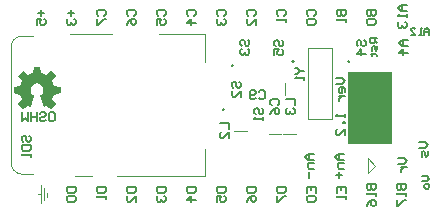
<source format=gbo>
G04 Layer_Color=32896*
%FSLAX23Y23*%
%MOIN*%
G70*
G01*
G75*
%ADD47C,0.006*%
%ADD49C,0.004*%
%ADD50C,0.005*%
%ADD82C,0.007*%
%ADD83R,0.149X0.242*%
G36*
X44Y430D02*
Y429D01*
X47Y409D01*
Y409D01*
Y409D01*
X48Y409D01*
X48Y408D01*
X62Y403D01*
X63D01*
X79Y414D01*
X81D01*
X81Y414D01*
X95Y400D01*
Y400D01*
Y399D01*
Y399D01*
Y399D01*
X84Y382D01*
Y382D01*
Y382D01*
Y381D01*
Y381D01*
X90Y367D01*
Y367D01*
X90Y367D01*
X91Y366D01*
X110Y363D01*
X110D01*
X111Y363D01*
Y362D01*
Y342D01*
Y342D01*
X110Y342D01*
X110Y341D01*
X91Y337D01*
X91D01*
X91Y337D01*
X90Y337D01*
X84Y322D01*
Y322D01*
Y321D01*
Y321D01*
Y321D01*
X95Y305D01*
Y304D01*
Y304D01*
Y304D01*
X81Y290D01*
X81Y290D01*
X80D01*
X79Y290D01*
X64Y300D01*
X63D01*
X56Y296D01*
X56D01*
X56Y297D01*
X55Y297D01*
X41Y331D01*
Y331D01*
Y331D01*
X42Y332D01*
X44Y333D01*
X44Y333D01*
X44Y333D01*
X44Y334D01*
X45Y334D01*
X46Y335D01*
X47Y336D01*
X49Y338D01*
X51Y341D01*
X53Y344D01*
X54Y347D01*
X54Y352D01*
Y352D01*
Y353D01*
X54Y355D01*
X54Y357D01*
X53Y359D01*
X52Y362D01*
X50Y365D01*
X48Y367D01*
X48Y367D01*
X47Y368D01*
X46Y369D01*
X44Y370D01*
X42Y372D01*
X39Y373D01*
X36Y374D01*
X33Y374D01*
X31D01*
X30Y374D01*
X27Y373D01*
X25Y372D01*
X22Y371D01*
X20Y369D01*
X17Y367D01*
X17Y367D01*
X16Y366D01*
X16Y365D01*
X14Y363D01*
X13Y360D01*
X12Y358D01*
X11Y355D01*
X11Y352D01*
Y351D01*
X11Y350D01*
X12Y347D01*
X12Y345D01*
X14Y342D01*
X15Y339D01*
X17Y336D01*
X21Y334D01*
X21Y334D01*
X21Y333D01*
X22D01*
X22Y333D01*
X24Y332D01*
X24Y332D01*
X24Y331D01*
X11Y297D01*
X10Y297D01*
X9Y296D01*
X2Y300D01*
X1D01*
X-14Y290D01*
X-14Y290D01*
X-15D01*
X-15Y290D01*
X-30Y304D01*
Y304D01*
Y305D01*
Y305D01*
X-19Y321D01*
Y321D01*
Y321D01*
Y321D01*
Y322D01*
X-25Y337D01*
Y337D01*
Y337D01*
X-25Y337D01*
X-26D01*
X-44Y341D01*
X-44D01*
X-45Y342D01*
X-45Y342D01*
Y362D01*
Y362D01*
Y363D01*
X-45Y363D01*
X-44D01*
X-25Y366D01*
X-25D01*
X-24Y367D01*
X-24Y367D01*
X-18Y381D01*
Y381D01*
Y382D01*
Y382D01*
Y382D01*
Y382D01*
X-30Y399D01*
Y399D01*
Y399D01*
Y400D01*
Y400D01*
X-15Y414D01*
X-15Y414D01*
X-14D01*
X2Y403D01*
X4D01*
X17Y408D01*
X17D01*
X18Y409D01*
X18Y409D01*
Y409D01*
X22Y429D01*
Y429D01*
Y430D01*
X22Y430D01*
X23Y430D01*
X43D01*
X44Y430D01*
D02*
G37*
D47*
X686Y433D02*
G03*
X686Y433I-3J0D01*
G01*
X656Y286D02*
G03*
X656Y286I-3J0D01*
G01*
X888Y447D02*
G03*
X888Y447I-3J0D01*
G01*
X1074D02*
G03*
X1074Y447I-3J0D01*
G01*
D49*
X-54Y111D02*
G03*
X-19Y71I37J-2D01*
G01*
Y532D02*
G03*
X-54Y493I2J-37D01*
G01*
X1135Y75D02*
Y125D01*
X1160Y100D01*
X1135Y75D02*
X1160Y100D01*
X35Y5D02*
X45D01*
X65Y-5D02*
Y10D01*
X55Y-15D02*
Y25D01*
X45Y-25D02*
Y35D01*
X860Y337D02*
Y377D01*
X593Y64D02*
Y156D01*
Y446D02*
Y540D01*
X142D02*
X284D01*
X158Y64D02*
X217D01*
X300D02*
X593D01*
X-19Y71D02*
X20D01*
X-19Y532D02*
X20D01*
X-54Y107D02*
Y493D01*
X438Y540D02*
X593D01*
X854Y204D02*
X896D01*
X689Y215D02*
X731D01*
X937Y255D02*
Y491D01*
X1015Y255D02*
Y491D01*
X937D02*
X1015D01*
X937Y255D02*
X1015D01*
X805Y204D02*
X845D01*
D50*
X1103Y498D02*
X1098Y503D01*
Y513D01*
X1103Y518D01*
X1108D01*
X1113Y513D01*
Y503D01*
X1118Y498D01*
X1123D01*
X1128Y503D01*
Y513D01*
X1123Y518D01*
X1128Y473D02*
X1098D01*
X1113Y488D01*
Y468D01*
X829Y498D02*
X824Y503D01*
Y513D01*
X829Y518D01*
X834D01*
X839Y513D01*
Y503D01*
X844Y498D01*
X849D01*
X854Y503D01*
Y513D01*
X849Y518D01*
X824Y468D02*
Y488D01*
X839D01*
X834Y478D01*
Y473D01*
X839Y468D01*
X849D01*
X854Y473D01*
Y483D01*
X849Y488D01*
X815Y301D02*
X810Y306D01*
Y316D01*
X815Y321D01*
X835D01*
X840Y316D01*
Y306D01*
X835Y301D01*
X810Y271D02*
X815Y281D01*
X825Y291D01*
X835D01*
X840Y286D01*
Y276D01*
X835Y271D01*
X830D01*
X825Y276D01*
Y291D01*
X893Y427D02*
X898D01*
X908Y417D01*
X898Y407D01*
X893D01*
X908Y417D02*
X923D01*
Y397D02*
Y387D01*
Y392D01*
X893D01*
X898Y397D01*
X641Y242D02*
X671D01*
Y222D01*
Y192D02*
Y212D01*
X651Y192D01*
X646D01*
X641Y197D01*
Y207D01*
X646Y212D01*
X862Y321D02*
X892D01*
Y301D01*
X867Y291D02*
X862Y286D01*
Y276D01*
X867Y271D01*
X872D01*
X877Y276D01*
Y281D01*
Y276D01*
X882Y271D01*
X887D01*
X892Y276D01*
Y286D01*
X887Y291D01*
X761Y272D02*
X756Y277D01*
Y287D01*
X761Y292D01*
X766D01*
X771Y287D01*
Y277D01*
X776Y272D01*
X781D01*
X786Y277D01*
Y287D01*
X781Y292D01*
X786Y262D02*
Y252D01*
Y257D01*
X756D01*
X761Y262D01*
X-14Y180D02*
X-19Y185D01*
Y195D01*
X-14Y200D01*
X-9D01*
X-4Y195D01*
Y185D01*
X1Y180D01*
X6D01*
X11Y185D01*
Y195D01*
X6Y200D01*
X-19Y170D02*
X11D01*
Y155D01*
X6Y150D01*
X-14D01*
X-19Y155D01*
Y170D01*
X11Y140D02*
Y130D01*
Y135D01*
X-19D01*
X-14Y140D01*
X687Y360D02*
X682Y365D01*
Y375D01*
X687Y380D01*
X692D01*
X697Y375D01*
Y365D01*
X702Y360D01*
X707D01*
X712Y365D01*
Y375D01*
X707Y380D01*
X712Y330D02*
Y350D01*
X692Y330D01*
X687D01*
X682Y335D01*
Y345D01*
X687Y350D01*
X715Y500D02*
X710Y505D01*
Y515D01*
X715Y520D01*
X720D01*
X725Y515D01*
Y505D01*
X730Y500D01*
X735D01*
X740Y505D01*
Y515D01*
X735Y520D01*
X715Y490D02*
X710Y485D01*
Y475D01*
X715Y470D01*
X720D01*
X725Y475D01*
Y480D01*
Y475D01*
X730Y470D01*
X735D01*
X740Y475D01*
Y485D01*
X735Y490D01*
X771Y346D02*
X776Y351D01*
X786D01*
X791Y346D01*
Y326D01*
X786Y321D01*
X776D01*
X771Y326D01*
X761D02*
X756Y321D01*
X746D01*
X741Y326D01*
Y346D01*
X746Y351D01*
X756D01*
X761Y346D01*
Y341D01*
X756Y336D01*
X741D01*
X1315Y65D02*
X1332D01*
X1340Y57D01*
X1332Y48D01*
X1315D01*
X1340Y36D02*
Y28D01*
X1336Y23D01*
X1328D01*
X1323Y28D01*
Y36D01*
X1328Y40D01*
X1336D01*
X1340Y36D01*
X1235Y125D02*
X1255D01*
X1265Y115D01*
X1255Y105D01*
X1235D01*
X1245Y95D02*
X1265D01*
X1255D01*
X1250Y90D01*
X1245Y85D01*
Y80D01*
X955Y140D02*
X935D01*
X925Y130D01*
X935Y120D01*
X955D01*
X940D01*
Y140D01*
X955Y110D02*
X935D01*
Y95D01*
X940Y90D01*
X955D01*
X940Y80D02*
Y60D01*
X1055Y140D02*
X1035D01*
X1025Y130D01*
X1035Y120D01*
X1055D01*
X1040D01*
Y140D01*
X1055Y110D02*
X1035D01*
Y95D01*
X1040Y90D01*
X1055D01*
X1040Y80D02*
Y60D01*
X1030Y70D02*
X1050D01*
X1305Y180D02*
X1325D01*
X1335Y170D01*
X1325Y160D01*
X1305D01*
X1335Y150D02*
Y135D01*
X1330Y130D01*
X1325Y135D01*
Y145D01*
X1320Y150D01*
X1315Y145D01*
Y130D01*
X147Y620D02*
Y600D01*
X137Y610D02*
X157D01*
X137Y590D02*
X132Y585D01*
Y575D01*
X137Y570D01*
X142D01*
X147Y575D01*
Y580D01*
Y575D01*
X152Y570D01*
X157D01*
X162Y575D01*
Y585D01*
X157Y590D01*
X47Y620D02*
Y600D01*
X37Y610D02*
X57D01*
X32Y570D02*
Y590D01*
X47D01*
X42Y580D01*
Y575D01*
X47Y570D01*
X57D01*
X62Y575D01*
Y585D01*
X57Y590D01*
X1265Y635D02*
X1245D01*
X1235Y625D01*
X1245Y615D01*
X1265D01*
X1250D01*
Y635D01*
X1265Y605D02*
Y595D01*
Y600D01*
X1235D01*
X1240Y605D01*
Y580D02*
X1235Y575D01*
Y565D01*
X1240Y560D01*
X1245D01*
X1250Y565D01*
Y570D01*
Y565D01*
X1255Y560D01*
X1260D01*
X1265Y565D01*
Y575D01*
X1260Y580D01*
X1340Y535D02*
Y552D01*
X1332Y560D01*
X1323Y552D01*
Y535D01*
Y547D01*
X1340D01*
X1315Y535D02*
X1307D01*
X1311D01*
Y560D01*
X1315Y556D01*
X1278Y535D02*
X1294D01*
X1278Y552D01*
Y556D01*
X1282Y560D01*
X1290D01*
X1294Y556D01*
X937Y600D02*
X932Y605D01*
Y615D01*
X937Y620D01*
X957D01*
X962Y615D01*
Y605D01*
X957Y600D01*
X937Y590D02*
X932Y585D01*
Y575D01*
X937Y570D01*
X957D01*
X962Y575D01*
Y585D01*
X957Y590D01*
X937D01*
X837Y600D02*
X832Y605D01*
Y615D01*
X837Y620D01*
X857D01*
X862Y615D01*
Y605D01*
X857Y600D01*
X862Y590D02*
Y580D01*
Y585D01*
X832D01*
X837Y590D01*
X737Y600D02*
X732Y605D01*
Y615D01*
X737Y620D01*
X757D01*
X762Y615D01*
Y605D01*
X757Y600D01*
X762Y570D02*
Y590D01*
X742Y570D01*
X737D01*
X732Y575D01*
Y585D01*
X737Y590D01*
X637Y600D02*
X632Y605D01*
Y615D01*
X637Y620D01*
X657D01*
X662Y615D01*
Y605D01*
X657Y600D01*
X637Y590D02*
X632Y585D01*
Y575D01*
X637Y570D01*
X642D01*
X647Y575D01*
Y580D01*
Y575D01*
X652Y570D01*
X657D01*
X662Y575D01*
Y585D01*
X657Y590D01*
X537Y600D02*
X532Y605D01*
Y615D01*
X537Y620D01*
X557D01*
X562Y615D01*
Y605D01*
X557Y600D01*
X562Y575D02*
X532D01*
X547Y590D01*
Y570D01*
X437Y600D02*
X432Y605D01*
Y615D01*
X437Y620D01*
X457D01*
X462Y615D01*
Y605D01*
X457Y600D01*
X432Y570D02*
Y590D01*
X447D01*
X442Y580D01*
Y575D01*
X447Y570D01*
X457D01*
X462Y575D01*
Y585D01*
X457Y590D01*
X337Y600D02*
X332Y605D01*
Y615D01*
X337Y620D01*
X357D01*
X362Y615D01*
Y605D01*
X357Y600D01*
X332Y570D02*
X337Y580D01*
X347Y590D01*
X357D01*
X362Y585D01*
Y575D01*
X357Y570D01*
X352D01*
X347Y575D01*
Y590D01*
X237Y600D02*
X232Y605D01*
Y615D01*
X237Y620D01*
X257D01*
X262Y615D01*
Y605D01*
X257Y600D01*
X232Y590D02*
Y570D01*
X237D01*
X257Y590D01*
X262D01*
X1032Y620D02*
X1062D01*
Y605D01*
X1057Y600D01*
X1052D01*
X1047Y605D01*
Y620D01*
Y605D01*
X1042Y600D01*
X1037D01*
X1032Y605D01*
Y620D01*
X1062Y590D02*
Y580D01*
Y585D01*
X1032D01*
X1037Y590D01*
X1132Y620D02*
X1162D01*
Y605D01*
X1157Y600D01*
X1152D01*
X1147Y605D01*
Y620D01*
Y605D01*
X1142Y600D01*
X1137D01*
X1132Y605D01*
Y620D01*
X1137Y590D02*
X1132Y585D01*
Y575D01*
X1137Y570D01*
X1157D01*
X1162Y575D01*
Y585D01*
X1157Y590D01*
X1137D01*
X1268Y520D02*
X1248D01*
X1238Y510D01*
X1248Y500D01*
X1268D01*
X1253D01*
Y520D01*
X1268Y475D02*
X1238D01*
X1253Y490D01*
Y470D01*
X1167Y525D02*
X1142D01*
Y513D01*
X1146Y508D01*
X1155D01*
X1159Y513D01*
Y525D01*
Y517D02*
X1167Y508D01*
Y500D02*
Y488D01*
X1163Y483D01*
X1159Y488D01*
Y496D01*
X1155Y500D01*
X1150Y496D01*
Y483D01*
X1146Y471D02*
X1150D01*
Y475D01*
Y467D01*
Y471D01*
X1163D01*
X1167Y467D01*
X1032Y10D02*
Y30D01*
X1062D01*
Y10D01*
X1047Y30D02*
Y20D01*
X1062Y0D02*
Y-10D01*
Y-5D01*
X1032D01*
X1037Y0D01*
X932Y10D02*
Y30D01*
X962D01*
Y10D01*
X947Y30D02*
Y20D01*
X937Y0D02*
X932Y-5D01*
Y-15D01*
X937Y-20D01*
X957D01*
X962Y-15D01*
Y-5D01*
X957Y0D01*
X937D01*
X132Y30D02*
X162D01*
Y15D01*
X157Y10D01*
X137D01*
X132Y15D01*
Y30D01*
X137Y0D02*
X132Y-5D01*
Y-15D01*
X137Y-20D01*
X157D01*
X162Y-15D01*
Y-5D01*
X157Y0D01*
X137D01*
X232Y30D02*
X262D01*
Y15D01*
X257Y10D01*
X237D01*
X232Y15D01*
Y30D01*
X262Y0D02*
Y-10D01*
Y-5D01*
X232D01*
X237Y0D01*
X332Y30D02*
X362D01*
Y15D01*
X357Y10D01*
X337D01*
X332Y15D01*
Y30D01*
X362Y-20D02*
Y0D01*
X342Y-20D01*
X337D01*
X332Y-15D01*
Y-5D01*
X337Y0D01*
X432Y30D02*
X462D01*
Y15D01*
X457Y10D01*
X437D01*
X432Y15D01*
Y30D01*
X437Y0D02*
X432Y-5D01*
Y-15D01*
X437Y-20D01*
X442D01*
X447Y-15D01*
Y-10D01*
Y-15D01*
X452Y-20D01*
X457D01*
X462Y-15D01*
Y-5D01*
X457Y0D01*
X532Y30D02*
X562D01*
Y15D01*
X557Y10D01*
X537D01*
X532Y15D01*
Y30D01*
X562Y-15D02*
X532D01*
X547Y0D01*
Y-20D01*
X632Y30D02*
X662D01*
Y15D01*
X657Y10D01*
X637D01*
X632Y15D01*
Y30D01*
Y-20D02*
Y0D01*
X647D01*
X642Y-10D01*
Y-15D01*
X647Y-20D01*
X657D01*
X662Y-15D01*
Y-5D01*
X657Y0D01*
X732Y30D02*
X762D01*
Y15D01*
X757Y10D01*
X737D01*
X732Y15D01*
Y30D01*
Y-20D02*
X737Y-10D01*
X747Y0D01*
X757D01*
X762Y-5D01*
Y-15D01*
X757Y-20D01*
X752D01*
X747Y-15D01*
Y0D01*
X832Y30D02*
X862D01*
Y15D01*
X857Y10D01*
X837D01*
X832Y15D01*
Y30D01*
Y0D02*
Y-20D01*
X837D01*
X857Y0D01*
X862D01*
X1132Y40D02*
X1162D01*
Y25D01*
X1157Y20D01*
X1152D01*
X1147Y25D01*
Y40D01*
Y25D01*
X1142Y20D01*
X1137D01*
X1132Y25D01*
Y40D01*
X1162Y10D02*
Y0D01*
Y5D01*
X1132D01*
X1137Y10D01*
X1132Y-35D02*
X1137Y-25D01*
X1147Y-15D01*
X1157D01*
X1162Y-20D01*
Y-30D01*
X1157Y-35D01*
X1152D01*
X1147Y-30D01*
Y-15D01*
X1232Y40D02*
X1262D01*
Y25D01*
X1257Y20D01*
X1252D01*
X1247Y25D01*
Y40D01*
Y25D01*
X1242Y20D01*
X1237D01*
X1232Y25D01*
Y40D01*
X1262Y10D02*
Y0D01*
Y5D01*
X1232D01*
X1237Y10D01*
X1232Y-15D02*
Y-35D01*
X1237D01*
X1257Y-15D01*
X1262D01*
X1028Y391D02*
X1048D01*
X1058Y381D01*
X1048Y371D01*
X1028D01*
X1058Y346D02*
Y356D01*
X1053Y361D01*
X1043D01*
X1038Y356D01*
Y346D01*
X1043Y341D01*
X1048D01*
Y361D01*
X1038Y331D02*
X1058D01*
X1048D01*
X1043Y326D01*
X1038Y321D01*
Y316D01*
X1058Y271D02*
Y261D01*
Y266D01*
X1028D01*
X1033Y271D01*
X1058Y246D02*
X1053D01*
Y241D01*
X1058D01*
Y246D01*
Y201D02*
Y221D01*
X1038Y201D01*
X1033D01*
X1028Y206D01*
Y216D01*
X1033Y221D01*
D82*
X76Y278D02*
X86D01*
X91Y273D01*
Y253D01*
X86Y248D01*
X76D01*
X71Y253D01*
Y273D01*
X76Y278D01*
X41Y273D02*
X46Y278D01*
X56D01*
X61Y273D01*
Y268D01*
X56Y263D01*
X46D01*
X41Y258D01*
Y253D01*
X46Y248D01*
X56D01*
X61Y253D01*
X31Y278D02*
Y248D01*
Y263D01*
X11D01*
Y278D01*
Y248D01*
X1Y278D02*
Y248D01*
X-9Y258D01*
X-19Y248D01*
Y278D01*
D83*
X1143Y293D02*
D03*
M02*

</source>
